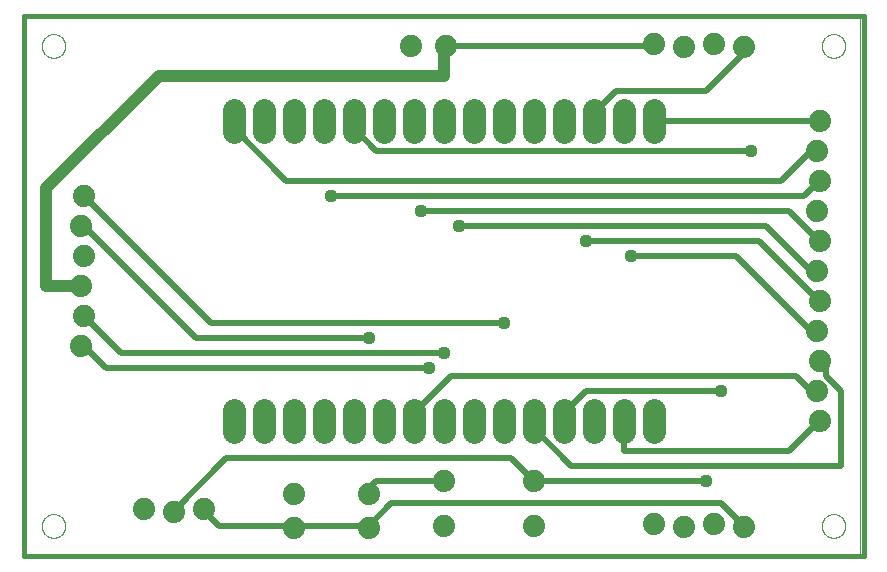
<source format=gtl>
G75*
%MOIN*%
%OFA0B0*%
%FSLAX25Y25*%
%IPPOS*%
%LPD*%
%AMOC8*
5,1,8,0,0,1.08239X$1,22.5*
%
%ADD10C,0.00000*%
%ADD11C,0.01600*%
%ADD12C,0.07400*%
%ADD13C,0.07600*%
%ADD14C,0.02000*%
%ADD15C,0.04000*%
%ADD16C,0.04400*%
D10*
X0007863Y0011800D02*
X0007865Y0011925D01*
X0007871Y0012050D01*
X0007881Y0012174D01*
X0007895Y0012298D01*
X0007912Y0012422D01*
X0007934Y0012545D01*
X0007960Y0012667D01*
X0007989Y0012789D01*
X0008022Y0012909D01*
X0008060Y0013028D01*
X0008100Y0013147D01*
X0008145Y0013263D01*
X0008193Y0013378D01*
X0008245Y0013492D01*
X0008301Y0013604D01*
X0008360Y0013714D01*
X0008422Y0013822D01*
X0008488Y0013929D01*
X0008557Y0014033D01*
X0008630Y0014134D01*
X0008705Y0014234D01*
X0008784Y0014331D01*
X0008866Y0014425D01*
X0008951Y0014517D01*
X0009038Y0014606D01*
X0009129Y0014692D01*
X0009222Y0014775D01*
X0009318Y0014856D01*
X0009416Y0014933D01*
X0009516Y0015007D01*
X0009619Y0015078D01*
X0009724Y0015145D01*
X0009832Y0015210D01*
X0009941Y0015270D01*
X0010052Y0015328D01*
X0010165Y0015381D01*
X0010279Y0015431D01*
X0010395Y0015478D01*
X0010512Y0015520D01*
X0010631Y0015559D01*
X0010751Y0015595D01*
X0010872Y0015626D01*
X0010994Y0015654D01*
X0011116Y0015677D01*
X0011240Y0015697D01*
X0011364Y0015713D01*
X0011488Y0015725D01*
X0011613Y0015733D01*
X0011738Y0015737D01*
X0011862Y0015737D01*
X0011987Y0015733D01*
X0012112Y0015725D01*
X0012236Y0015713D01*
X0012360Y0015697D01*
X0012484Y0015677D01*
X0012606Y0015654D01*
X0012728Y0015626D01*
X0012849Y0015595D01*
X0012969Y0015559D01*
X0013088Y0015520D01*
X0013205Y0015478D01*
X0013321Y0015431D01*
X0013435Y0015381D01*
X0013548Y0015328D01*
X0013659Y0015270D01*
X0013769Y0015210D01*
X0013876Y0015145D01*
X0013981Y0015078D01*
X0014084Y0015007D01*
X0014184Y0014933D01*
X0014282Y0014856D01*
X0014378Y0014775D01*
X0014471Y0014692D01*
X0014562Y0014606D01*
X0014649Y0014517D01*
X0014734Y0014425D01*
X0014816Y0014331D01*
X0014895Y0014234D01*
X0014970Y0014134D01*
X0015043Y0014033D01*
X0015112Y0013929D01*
X0015178Y0013822D01*
X0015240Y0013714D01*
X0015299Y0013604D01*
X0015355Y0013492D01*
X0015407Y0013378D01*
X0015455Y0013263D01*
X0015500Y0013147D01*
X0015540Y0013028D01*
X0015578Y0012909D01*
X0015611Y0012789D01*
X0015640Y0012667D01*
X0015666Y0012545D01*
X0015688Y0012422D01*
X0015705Y0012298D01*
X0015719Y0012174D01*
X0015729Y0012050D01*
X0015735Y0011925D01*
X0015737Y0011800D01*
X0015735Y0011675D01*
X0015729Y0011550D01*
X0015719Y0011426D01*
X0015705Y0011302D01*
X0015688Y0011178D01*
X0015666Y0011055D01*
X0015640Y0010933D01*
X0015611Y0010811D01*
X0015578Y0010691D01*
X0015540Y0010572D01*
X0015500Y0010453D01*
X0015455Y0010337D01*
X0015407Y0010222D01*
X0015355Y0010108D01*
X0015299Y0009996D01*
X0015240Y0009886D01*
X0015178Y0009778D01*
X0015112Y0009671D01*
X0015043Y0009567D01*
X0014970Y0009466D01*
X0014895Y0009366D01*
X0014816Y0009269D01*
X0014734Y0009175D01*
X0014649Y0009083D01*
X0014562Y0008994D01*
X0014471Y0008908D01*
X0014378Y0008825D01*
X0014282Y0008744D01*
X0014184Y0008667D01*
X0014084Y0008593D01*
X0013981Y0008522D01*
X0013876Y0008455D01*
X0013768Y0008390D01*
X0013659Y0008330D01*
X0013548Y0008272D01*
X0013435Y0008219D01*
X0013321Y0008169D01*
X0013205Y0008122D01*
X0013088Y0008080D01*
X0012969Y0008041D01*
X0012849Y0008005D01*
X0012728Y0007974D01*
X0012606Y0007946D01*
X0012484Y0007923D01*
X0012360Y0007903D01*
X0012236Y0007887D01*
X0012112Y0007875D01*
X0011987Y0007867D01*
X0011862Y0007863D01*
X0011738Y0007863D01*
X0011613Y0007867D01*
X0011488Y0007875D01*
X0011364Y0007887D01*
X0011240Y0007903D01*
X0011116Y0007923D01*
X0010994Y0007946D01*
X0010872Y0007974D01*
X0010751Y0008005D01*
X0010631Y0008041D01*
X0010512Y0008080D01*
X0010395Y0008122D01*
X0010279Y0008169D01*
X0010165Y0008219D01*
X0010052Y0008272D01*
X0009941Y0008330D01*
X0009831Y0008390D01*
X0009724Y0008455D01*
X0009619Y0008522D01*
X0009516Y0008593D01*
X0009416Y0008667D01*
X0009318Y0008744D01*
X0009222Y0008825D01*
X0009129Y0008908D01*
X0009038Y0008994D01*
X0008951Y0009083D01*
X0008866Y0009175D01*
X0008784Y0009269D01*
X0008705Y0009366D01*
X0008630Y0009466D01*
X0008557Y0009567D01*
X0008488Y0009671D01*
X0008422Y0009778D01*
X0008360Y0009886D01*
X0008301Y0009996D01*
X0008245Y0010108D01*
X0008193Y0010222D01*
X0008145Y0010337D01*
X0008100Y0010453D01*
X0008060Y0010572D01*
X0008022Y0010691D01*
X0007989Y0010811D01*
X0007960Y0010933D01*
X0007934Y0011055D01*
X0007912Y0011178D01*
X0007895Y0011302D01*
X0007881Y0011426D01*
X0007871Y0011550D01*
X0007865Y0011675D01*
X0007863Y0011800D01*
X0007863Y0171800D02*
X0007865Y0171925D01*
X0007871Y0172050D01*
X0007881Y0172174D01*
X0007895Y0172298D01*
X0007912Y0172422D01*
X0007934Y0172545D01*
X0007960Y0172667D01*
X0007989Y0172789D01*
X0008022Y0172909D01*
X0008060Y0173028D01*
X0008100Y0173147D01*
X0008145Y0173263D01*
X0008193Y0173378D01*
X0008245Y0173492D01*
X0008301Y0173604D01*
X0008360Y0173714D01*
X0008422Y0173822D01*
X0008488Y0173929D01*
X0008557Y0174033D01*
X0008630Y0174134D01*
X0008705Y0174234D01*
X0008784Y0174331D01*
X0008866Y0174425D01*
X0008951Y0174517D01*
X0009038Y0174606D01*
X0009129Y0174692D01*
X0009222Y0174775D01*
X0009318Y0174856D01*
X0009416Y0174933D01*
X0009516Y0175007D01*
X0009619Y0175078D01*
X0009724Y0175145D01*
X0009832Y0175210D01*
X0009941Y0175270D01*
X0010052Y0175328D01*
X0010165Y0175381D01*
X0010279Y0175431D01*
X0010395Y0175478D01*
X0010512Y0175520D01*
X0010631Y0175559D01*
X0010751Y0175595D01*
X0010872Y0175626D01*
X0010994Y0175654D01*
X0011116Y0175677D01*
X0011240Y0175697D01*
X0011364Y0175713D01*
X0011488Y0175725D01*
X0011613Y0175733D01*
X0011738Y0175737D01*
X0011862Y0175737D01*
X0011987Y0175733D01*
X0012112Y0175725D01*
X0012236Y0175713D01*
X0012360Y0175697D01*
X0012484Y0175677D01*
X0012606Y0175654D01*
X0012728Y0175626D01*
X0012849Y0175595D01*
X0012969Y0175559D01*
X0013088Y0175520D01*
X0013205Y0175478D01*
X0013321Y0175431D01*
X0013435Y0175381D01*
X0013548Y0175328D01*
X0013659Y0175270D01*
X0013769Y0175210D01*
X0013876Y0175145D01*
X0013981Y0175078D01*
X0014084Y0175007D01*
X0014184Y0174933D01*
X0014282Y0174856D01*
X0014378Y0174775D01*
X0014471Y0174692D01*
X0014562Y0174606D01*
X0014649Y0174517D01*
X0014734Y0174425D01*
X0014816Y0174331D01*
X0014895Y0174234D01*
X0014970Y0174134D01*
X0015043Y0174033D01*
X0015112Y0173929D01*
X0015178Y0173822D01*
X0015240Y0173714D01*
X0015299Y0173604D01*
X0015355Y0173492D01*
X0015407Y0173378D01*
X0015455Y0173263D01*
X0015500Y0173147D01*
X0015540Y0173028D01*
X0015578Y0172909D01*
X0015611Y0172789D01*
X0015640Y0172667D01*
X0015666Y0172545D01*
X0015688Y0172422D01*
X0015705Y0172298D01*
X0015719Y0172174D01*
X0015729Y0172050D01*
X0015735Y0171925D01*
X0015737Y0171800D01*
X0015735Y0171675D01*
X0015729Y0171550D01*
X0015719Y0171426D01*
X0015705Y0171302D01*
X0015688Y0171178D01*
X0015666Y0171055D01*
X0015640Y0170933D01*
X0015611Y0170811D01*
X0015578Y0170691D01*
X0015540Y0170572D01*
X0015500Y0170453D01*
X0015455Y0170337D01*
X0015407Y0170222D01*
X0015355Y0170108D01*
X0015299Y0169996D01*
X0015240Y0169886D01*
X0015178Y0169778D01*
X0015112Y0169671D01*
X0015043Y0169567D01*
X0014970Y0169466D01*
X0014895Y0169366D01*
X0014816Y0169269D01*
X0014734Y0169175D01*
X0014649Y0169083D01*
X0014562Y0168994D01*
X0014471Y0168908D01*
X0014378Y0168825D01*
X0014282Y0168744D01*
X0014184Y0168667D01*
X0014084Y0168593D01*
X0013981Y0168522D01*
X0013876Y0168455D01*
X0013768Y0168390D01*
X0013659Y0168330D01*
X0013548Y0168272D01*
X0013435Y0168219D01*
X0013321Y0168169D01*
X0013205Y0168122D01*
X0013088Y0168080D01*
X0012969Y0168041D01*
X0012849Y0168005D01*
X0012728Y0167974D01*
X0012606Y0167946D01*
X0012484Y0167923D01*
X0012360Y0167903D01*
X0012236Y0167887D01*
X0012112Y0167875D01*
X0011987Y0167867D01*
X0011862Y0167863D01*
X0011738Y0167863D01*
X0011613Y0167867D01*
X0011488Y0167875D01*
X0011364Y0167887D01*
X0011240Y0167903D01*
X0011116Y0167923D01*
X0010994Y0167946D01*
X0010872Y0167974D01*
X0010751Y0168005D01*
X0010631Y0168041D01*
X0010512Y0168080D01*
X0010395Y0168122D01*
X0010279Y0168169D01*
X0010165Y0168219D01*
X0010052Y0168272D01*
X0009941Y0168330D01*
X0009831Y0168390D01*
X0009724Y0168455D01*
X0009619Y0168522D01*
X0009516Y0168593D01*
X0009416Y0168667D01*
X0009318Y0168744D01*
X0009222Y0168825D01*
X0009129Y0168908D01*
X0009038Y0168994D01*
X0008951Y0169083D01*
X0008866Y0169175D01*
X0008784Y0169269D01*
X0008705Y0169366D01*
X0008630Y0169466D01*
X0008557Y0169567D01*
X0008488Y0169671D01*
X0008422Y0169778D01*
X0008360Y0169886D01*
X0008301Y0169996D01*
X0008245Y0170108D01*
X0008193Y0170222D01*
X0008145Y0170337D01*
X0008100Y0170453D01*
X0008060Y0170572D01*
X0008022Y0170691D01*
X0007989Y0170811D01*
X0007960Y0170933D01*
X0007934Y0171055D01*
X0007912Y0171178D01*
X0007895Y0171302D01*
X0007881Y0171426D01*
X0007871Y0171550D01*
X0007865Y0171675D01*
X0007863Y0171800D01*
X0001800Y0181761D02*
X0280501Y0181761D01*
X0280501Y0001800D01*
X0267863Y0011800D02*
X0267865Y0011925D01*
X0267871Y0012050D01*
X0267881Y0012174D01*
X0267895Y0012298D01*
X0267912Y0012422D01*
X0267934Y0012545D01*
X0267960Y0012667D01*
X0267989Y0012789D01*
X0268022Y0012909D01*
X0268060Y0013028D01*
X0268100Y0013147D01*
X0268145Y0013263D01*
X0268193Y0013378D01*
X0268245Y0013492D01*
X0268301Y0013604D01*
X0268360Y0013714D01*
X0268422Y0013822D01*
X0268488Y0013929D01*
X0268557Y0014033D01*
X0268630Y0014134D01*
X0268705Y0014234D01*
X0268784Y0014331D01*
X0268866Y0014425D01*
X0268951Y0014517D01*
X0269038Y0014606D01*
X0269129Y0014692D01*
X0269222Y0014775D01*
X0269318Y0014856D01*
X0269416Y0014933D01*
X0269516Y0015007D01*
X0269619Y0015078D01*
X0269724Y0015145D01*
X0269832Y0015210D01*
X0269941Y0015270D01*
X0270052Y0015328D01*
X0270165Y0015381D01*
X0270279Y0015431D01*
X0270395Y0015478D01*
X0270512Y0015520D01*
X0270631Y0015559D01*
X0270751Y0015595D01*
X0270872Y0015626D01*
X0270994Y0015654D01*
X0271116Y0015677D01*
X0271240Y0015697D01*
X0271364Y0015713D01*
X0271488Y0015725D01*
X0271613Y0015733D01*
X0271738Y0015737D01*
X0271862Y0015737D01*
X0271987Y0015733D01*
X0272112Y0015725D01*
X0272236Y0015713D01*
X0272360Y0015697D01*
X0272484Y0015677D01*
X0272606Y0015654D01*
X0272728Y0015626D01*
X0272849Y0015595D01*
X0272969Y0015559D01*
X0273088Y0015520D01*
X0273205Y0015478D01*
X0273321Y0015431D01*
X0273435Y0015381D01*
X0273548Y0015328D01*
X0273659Y0015270D01*
X0273769Y0015210D01*
X0273876Y0015145D01*
X0273981Y0015078D01*
X0274084Y0015007D01*
X0274184Y0014933D01*
X0274282Y0014856D01*
X0274378Y0014775D01*
X0274471Y0014692D01*
X0274562Y0014606D01*
X0274649Y0014517D01*
X0274734Y0014425D01*
X0274816Y0014331D01*
X0274895Y0014234D01*
X0274970Y0014134D01*
X0275043Y0014033D01*
X0275112Y0013929D01*
X0275178Y0013822D01*
X0275240Y0013714D01*
X0275299Y0013604D01*
X0275355Y0013492D01*
X0275407Y0013378D01*
X0275455Y0013263D01*
X0275500Y0013147D01*
X0275540Y0013028D01*
X0275578Y0012909D01*
X0275611Y0012789D01*
X0275640Y0012667D01*
X0275666Y0012545D01*
X0275688Y0012422D01*
X0275705Y0012298D01*
X0275719Y0012174D01*
X0275729Y0012050D01*
X0275735Y0011925D01*
X0275737Y0011800D01*
X0275735Y0011675D01*
X0275729Y0011550D01*
X0275719Y0011426D01*
X0275705Y0011302D01*
X0275688Y0011178D01*
X0275666Y0011055D01*
X0275640Y0010933D01*
X0275611Y0010811D01*
X0275578Y0010691D01*
X0275540Y0010572D01*
X0275500Y0010453D01*
X0275455Y0010337D01*
X0275407Y0010222D01*
X0275355Y0010108D01*
X0275299Y0009996D01*
X0275240Y0009886D01*
X0275178Y0009778D01*
X0275112Y0009671D01*
X0275043Y0009567D01*
X0274970Y0009466D01*
X0274895Y0009366D01*
X0274816Y0009269D01*
X0274734Y0009175D01*
X0274649Y0009083D01*
X0274562Y0008994D01*
X0274471Y0008908D01*
X0274378Y0008825D01*
X0274282Y0008744D01*
X0274184Y0008667D01*
X0274084Y0008593D01*
X0273981Y0008522D01*
X0273876Y0008455D01*
X0273768Y0008390D01*
X0273659Y0008330D01*
X0273548Y0008272D01*
X0273435Y0008219D01*
X0273321Y0008169D01*
X0273205Y0008122D01*
X0273088Y0008080D01*
X0272969Y0008041D01*
X0272849Y0008005D01*
X0272728Y0007974D01*
X0272606Y0007946D01*
X0272484Y0007923D01*
X0272360Y0007903D01*
X0272236Y0007887D01*
X0272112Y0007875D01*
X0271987Y0007867D01*
X0271862Y0007863D01*
X0271738Y0007863D01*
X0271613Y0007867D01*
X0271488Y0007875D01*
X0271364Y0007887D01*
X0271240Y0007903D01*
X0271116Y0007923D01*
X0270994Y0007946D01*
X0270872Y0007974D01*
X0270751Y0008005D01*
X0270631Y0008041D01*
X0270512Y0008080D01*
X0270395Y0008122D01*
X0270279Y0008169D01*
X0270165Y0008219D01*
X0270052Y0008272D01*
X0269941Y0008330D01*
X0269831Y0008390D01*
X0269724Y0008455D01*
X0269619Y0008522D01*
X0269516Y0008593D01*
X0269416Y0008667D01*
X0269318Y0008744D01*
X0269222Y0008825D01*
X0269129Y0008908D01*
X0269038Y0008994D01*
X0268951Y0009083D01*
X0268866Y0009175D01*
X0268784Y0009269D01*
X0268705Y0009366D01*
X0268630Y0009466D01*
X0268557Y0009567D01*
X0268488Y0009671D01*
X0268422Y0009778D01*
X0268360Y0009886D01*
X0268301Y0009996D01*
X0268245Y0010108D01*
X0268193Y0010222D01*
X0268145Y0010337D01*
X0268100Y0010453D01*
X0268060Y0010572D01*
X0268022Y0010691D01*
X0267989Y0010811D01*
X0267960Y0010933D01*
X0267934Y0011055D01*
X0267912Y0011178D01*
X0267895Y0011302D01*
X0267881Y0011426D01*
X0267871Y0011550D01*
X0267865Y0011675D01*
X0267863Y0011800D01*
X0267863Y0171800D02*
X0267865Y0171925D01*
X0267871Y0172050D01*
X0267881Y0172174D01*
X0267895Y0172298D01*
X0267912Y0172422D01*
X0267934Y0172545D01*
X0267960Y0172667D01*
X0267989Y0172789D01*
X0268022Y0172909D01*
X0268060Y0173028D01*
X0268100Y0173147D01*
X0268145Y0173263D01*
X0268193Y0173378D01*
X0268245Y0173492D01*
X0268301Y0173604D01*
X0268360Y0173714D01*
X0268422Y0173822D01*
X0268488Y0173929D01*
X0268557Y0174033D01*
X0268630Y0174134D01*
X0268705Y0174234D01*
X0268784Y0174331D01*
X0268866Y0174425D01*
X0268951Y0174517D01*
X0269038Y0174606D01*
X0269129Y0174692D01*
X0269222Y0174775D01*
X0269318Y0174856D01*
X0269416Y0174933D01*
X0269516Y0175007D01*
X0269619Y0175078D01*
X0269724Y0175145D01*
X0269832Y0175210D01*
X0269941Y0175270D01*
X0270052Y0175328D01*
X0270165Y0175381D01*
X0270279Y0175431D01*
X0270395Y0175478D01*
X0270512Y0175520D01*
X0270631Y0175559D01*
X0270751Y0175595D01*
X0270872Y0175626D01*
X0270994Y0175654D01*
X0271116Y0175677D01*
X0271240Y0175697D01*
X0271364Y0175713D01*
X0271488Y0175725D01*
X0271613Y0175733D01*
X0271738Y0175737D01*
X0271862Y0175737D01*
X0271987Y0175733D01*
X0272112Y0175725D01*
X0272236Y0175713D01*
X0272360Y0175697D01*
X0272484Y0175677D01*
X0272606Y0175654D01*
X0272728Y0175626D01*
X0272849Y0175595D01*
X0272969Y0175559D01*
X0273088Y0175520D01*
X0273205Y0175478D01*
X0273321Y0175431D01*
X0273435Y0175381D01*
X0273548Y0175328D01*
X0273659Y0175270D01*
X0273769Y0175210D01*
X0273876Y0175145D01*
X0273981Y0175078D01*
X0274084Y0175007D01*
X0274184Y0174933D01*
X0274282Y0174856D01*
X0274378Y0174775D01*
X0274471Y0174692D01*
X0274562Y0174606D01*
X0274649Y0174517D01*
X0274734Y0174425D01*
X0274816Y0174331D01*
X0274895Y0174234D01*
X0274970Y0174134D01*
X0275043Y0174033D01*
X0275112Y0173929D01*
X0275178Y0173822D01*
X0275240Y0173714D01*
X0275299Y0173604D01*
X0275355Y0173492D01*
X0275407Y0173378D01*
X0275455Y0173263D01*
X0275500Y0173147D01*
X0275540Y0173028D01*
X0275578Y0172909D01*
X0275611Y0172789D01*
X0275640Y0172667D01*
X0275666Y0172545D01*
X0275688Y0172422D01*
X0275705Y0172298D01*
X0275719Y0172174D01*
X0275729Y0172050D01*
X0275735Y0171925D01*
X0275737Y0171800D01*
X0275735Y0171675D01*
X0275729Y0171550D01*
X0275719Y0171426D01*
X0275705Y0171302D01*
X0275688Y0171178D01*
X0275666Y0171055D01*
X0275640Y0170933D01*
X0275611Y0170811D01*
X0275578Y0170691D01*
X0275540Y0170572D01*
X0275500Y0170453D01*
X0275455Y0170337D01*
X0275407Y0170222D01*
X0275355Y0170108D01*
X0275299Y0169996D01*
X0275240Y0169886D01*
X0275178Y0169778D01*
X0275112Y0169671D01*
X0275043Y0169567D01*
X0274970Y0169466D01*
X0274895Y0169366D01*
X0274816Y0169269D01*
X0274734Y0169175D01*
X0274649Y0169083D01*
X0274562Y0168994D01*
X0274471Y0168908D01*
X0274378Y0168825D01*
X0274282Y0168744D01*
X0274184Y0168667D01*
X0274084Y0168593D01*
X0273981Y0168522D01*
X0273876Y0168455D01*
X0273768Y0168390D01*
X0273659Y0168330D01*
X0273548Y0168272D01*
X0273435Y0168219D01*
X0273321Y0168169D01*
X0273205Y0168122D01*
X0273088Y0168080D01*
X0272969Y0168041D01*
X0272849Y0168005D01*
X0272728Y0167974D01*
X0272606Y0167946D01*
X0272484Y0167923D01*
X0272360Y0167903D01*
X0272236Y0167887D01*
X0272112Y0167875D01*
X0271987Y0167867D01*
X0271862Y0167863D01*
X0271738Y0167863D01*
X0271613Y0167867D01*
X0271488Y0167875D01*
X0271364Y0167887D01*
X0271240Y0167903D01*
X0271116Y0167923D01*
X0270994Y0167946D01*
X0270872Y0167974D01*
X0270751Y0168005D01*
X0270631Y0168041D01*
X0270512Y0168080D01*
X0270395Y0168122D01*
X0270279Y0168169D01*
X0270165Y0168219D01*
X0270052Y0168272D01*
X0269941Y0168330D01*
X0269831Y0168390D01*
X0269724Y0168455D01*
X0269619Y0168522D01*
X0269516Y0168593D01*
X0269416Y0168667D01*
X0269318Y0168744D01*
X0269222Y0168825D01*
X0269129Y0168908D01*
X0269038Y0168994D01*
X0268951Y0169083D01*
X0268866Y0169175D01*
X0268784Y0169269D01*
X0268705Y0169366D01*
X0268630Y0169466D01*
X0268557Y0169567D01*
X0268488Y0169671D01*
X0268422Y0169778D01*
X0268360Y0169886D01*
X0268301Y0169996D01*
X0268245Y0170108D01*
X0268193Y0170222D01*
X0268145Y0170337D01*
X0268100Y0170453D01*
X0268060Y0170572D01*
X0268022Y0170691D01*
X0267989Y0170811D01*
X0267960Y0170933D01*
X0267934Y0171055D01*
X0267912Y0171178D01*
X0267895Y0171302D01*
X0267881Y0171426D01*
X0267871Y0171550D01*
X0267865Y0171675D01*
X0267863Y0171800D01*
D11*
X0001800Y0181761D02*
X0001800Y0001800D01*
X0280501Y0001800D01*
X0281800Y0001800D01*
X0281800Y0181800D01*
X0001800Y0181800D01*
X0001800Y0181761D01*
D12*
X0021800Y0121800D03*
X0020800Y0111800D03*
X0021800Y0101800D03*
X0020800Y0091800D03*
X0021800Y0081800D03*
X0020800Y0071800D03*
X0091800Y0022500D03*
X0091800Y0011100D03*
X0116800Y0011100D03*
X0116800Y0022500D03*
X0141800Y0026800D03*
X0141800Y0011800D03*
X0171800Y0011800D03*
X0171800Y0026800D03*
X0211800Y0012300D03*
X0221800Y0011300D03*
X0231800Y0012300D03*
X0241800Y0011300D03*
X0267300Y0046800D03*
X0266300Y0056800D03*
X0267300Y0066800D03*
X0266300Y0076800D03*
X0267300Y0086800D03*
X0266300Y0096800D03*
X0267300Y0106800D03*
X0266300Y0116800D03*
X0267300Y0126800D03*
X0266300Y0136800D03*
X0267300Y0146800D03*
X0241800Y0171300D03*
X0231800Y0172300D03*
X0221800Y0171300D03*
X0211800Y0172300D03*
X0142500Y0171800D03*
X0131100Y0171800D03*
X0061800Y0017300D03*
X0051800Y0016300D03*
X0041800Y0017300D03*
D13*
X0071800Y0043000D02*
X0071800Y0050600D01*
X0081800Y0050600D02*
X0081800Y0043000D01*
X0091800Y0043000D02*
X0091800Y0050600D01*
X0101800Y0050600D02*
X0101800Y0043000D01*
X0111800Y0043000D02*
X0111800Y0050600D01*
X0121800Y0050600D02*
X0121800Y0043000D01*
X0131800Y0043000D02*
X0131800Y0050600D01*
X0141800Y0050600D02*
X0141800Y0043000D01*
X0151800Y0043000D02*
X0151800Y0050600D01*
X0161800Y0050600D02*
X0161800Y0043000D01*
X0171800Y0043000D02*
X0171800Y0050600D01*
X0181800Y0050600D02*
X0181800Y0043000D01*
X0191800Y0043000D02*
X0191800Y0050600D01*
X0201800Y0050600D02*
X0201800Y0043000D01*
X0211800Y0043000D02*
X0211800Y0050600D01*
X0211800Y0143000D02*
X0211800Y0150600D01*
X0201800Y0150600D02*
X0201800Y0143000D01*
X0191800Y0143000D02*
X0191800Y0150600D01*
X0181800Y0150600D02*
X0181800Y0143000D01*
X0171800Y0143000D02*
X0171800Y0150600D01*
X0161800Y0150600D02*
X0161800Y0143000D01*
X0151800Y0143000D02*
X0151800Y0150600D01*
X0141800Y0150600D02*
X0141800Y0143000D01*
X0131800Y0143000D02*
X0131800Y0150600D01*
X0121800Y0150600D02*
X0121800Y0143000D01*
X0111800Y0143000D02*
X0111800Y0150600D01*
X0101800Y0150600D02*
X0101800Y0143000D01*
X0091800Y0143000D02*
X0091800Y0150600D01*
X0081800Y0150600D02*
X0081800Y0143000D01*
X0071800Y0143000D02*
X0071800Y0150600D01*
D14*
X0071800Y0146800D02*
X0071800Y0144300D01*
X0089300Y0126800D01*
X0254300Y0126800D01*
X0264300Y0136800D01*
X0266300Y0136800D01*
X0266800Y0126800D02*
X0267300Y0126800D01*
X0266800Y0126800D02*
X0261800Y0121800D01*
X0104300Y0121800D01*
X0119300Y0136800D02*
X0111800Y0144300D01*
X0111800Y0146800D01*
X0119300Y0136800D02*
X0244300Y0136800D01*
X0267300Y0146800D02*
X0211800Y0146800D01*
X0199300Y0156800D02*
X0191800Y0149300D01*
X0191800Y0146800D01*
X0199300Y0156800D02*
X0229300Y0156800D01*
X0241800Y0169300D01*
X0241800Y0171300D01*
X0211800Y0171800D02*
X0211800Y0172300D01*
X0211800Y0171800D02*
X0142500Y0171800D01*
X0141800Y0171800D01*
X0134300Y0116800D02*
X0256800Y0116800D01*
X0266800Y0106800D01*
X0267300Y0106800D01*
X0266300Y0096800D02*
X0264300Y0096800D01*
X0249300Y0111800D01*
X0146800Y0111800D01*
X0189300Y0106800D02*
X0246800Y0106800D01*
X0266800Y0086800D01*
X0267300Y0086800D01*
X0266300Y0076800D02*
X0264300Y0076800D01*
X0239300Y0101800D01*
X0204300Y0101800D01*
X0161800Y0079300D02*
X0064300Y0079300D01*
X0021800Y0121800D01*
X0021800Y0111800D02*
X0020800Y0111800D01*
X0021800Y0111800D02*
X0059300Y0074300D01*
X0116800Y0074300D01*
X0136800Y0064300D02*
X0029300Y0064300D01*
X0021800Y0071800D01*
X0020800Y0071800D01*
X0021800Y0081800D02*
X0034300Y0069300D01*
X0141800Y0069300D01*
X0144300Y0061800D02*
X0131800Y0049300D01*
X0131800Y0046800D01*
X0144300Y0061800D02*
X0259300Y0061800D01*
X0264300Y0056800D01*
X0266300Y0056800D01*
X0269300Y0061800D02*
X0274300Y0056800D01*
X0274300Y0031800D01*
X0184300Y0031800D01*
X0171800Y0044300D01*
X0171800Y0046800D01*
X0181800Y0046800D02*
X0181800Y0049300D01*
X0189300Y0056800D01*
X0234300Y0056800D01*
X0256800Y0036800D02*
X0266800Y0046800D01*
X0267300Y0046800D01*
X0256800Y0036800D02*
X0201800Y0036800D01*
X0201800Y0046800D01*
X0229300Y0026800D02*
X0171800Y0026800D01*
X0164300Y0034300D01*
X0069300Y0034300D01*
X0051800Y0016800D01*
X0051800Y0016300D01*
X0061800Y0016800D02*
X0061800Y0017300D01*
X0061800Y0016800D02*
X0066800Y0011800D01*
X0091800Y0011800D01*
X0091800Y0011100D01*
X0091800Y0011800D02*
X0116800Y0011800D01*
X0116800Y0011100D01*
X0116800Y0011800D02*
X0124300Y0019300D01*
X0234300Y0019300D01*
X0241800Y0011800D01*
X0241800Y0011300D01*
X0269300Y0061800D02*
X0269300Y0066800D01*
X0267300Y0066800D01*
X0141800Y0026800D02*
X0119300Y0026800D01*
X0116800Y0024300D01*
X0116800Y0022500D01*
D15*
X0020800Y0091800D02*
X0009300Y0091800D01*
X0009300Y0124300D01*
X0046800Y0161800D01*
X0141800Y0161800D01*
X0141800Y0171800D01*
D16*
X0104300Y0121800D03*
X0134300Y0116800D03*
X0146800Y0111800D03*
X0189300Y0106800D03*
X0204300Y0101800D03*
X0161800Y0079300D03*
X0141800Y0069300D03*
X0136800Y0064300D03*
X0116800Y0074300D03*
X0229300Y0026800D03*
X0234300Y0056800D03*
X0244300Y0136800D03*
M02*

</source>
